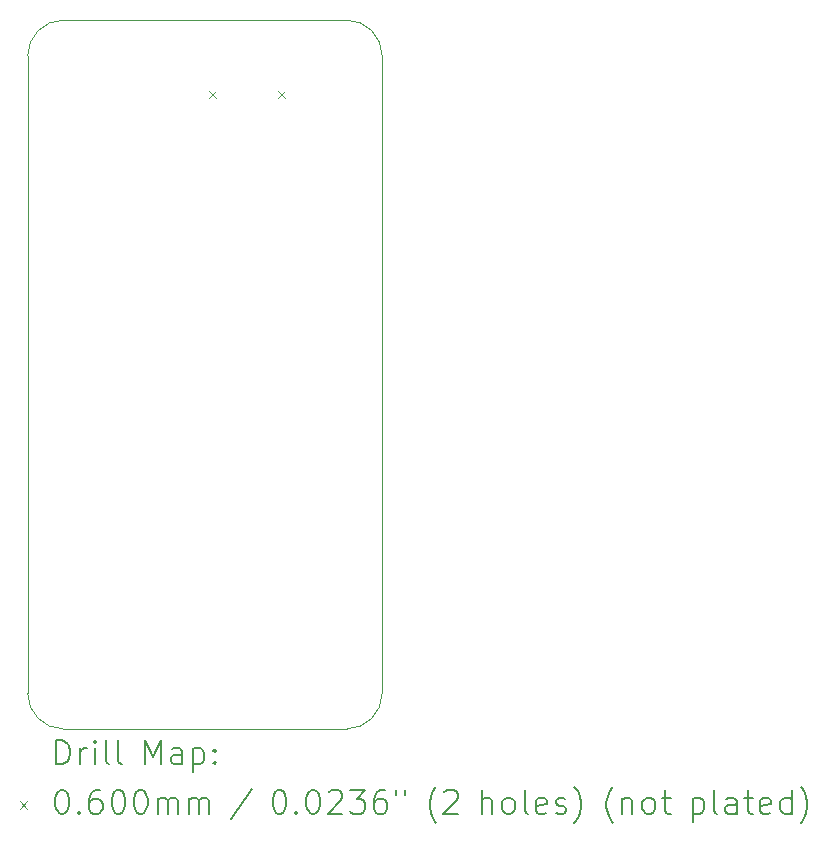
<source format=gbr>
%TF.GenerationSoftware,KiCad,Pcbnew,(7.0.0)*%
%TF.CreationDate,2023-06-05T19:21:34+01:00*%
%TF.ProjectId,Chad,43686164-2e6b-4696-9361-645f70636258,rev?*%
%TF.SameCoordinates,Original*%
%TF.FileFunction,Drillmap*%
%TF.FilePolarity,Positive*%
%FSLAX45Y45*%
G04 Gerber Fmt 4.5, Leading zero omitted, Abs format (unit mm)*
G04 Created by KiCad (PCBNEW (7.0.0)) date 2023-06-05 19:21:34*
%MOMM*%
%LPD*%
G01*
G04 APERTURE LIST*
%ADD10C,0.100000*%
%ADD11C,0.200000*%
%ADD12C,0.060000*%
G04 APERTURE END LIST*
D10*
X3500000Y-4209000D02*
G75*
G03*
X3200000Y-4509000I0J-300000D01*
G01*
X5900000Y-4209000D02*
X3500000Y-4209000D01*
X3500000Y-10209000D02*
X5900000Y-10209000D01*
X6200000Y-4509000D02*
G75*
G03*
X5900000Y-4209000I-300000J0D01*
G01*
X5900000Y-10209000D02*
G75*
G03*
X6200000Y-9909000I0J300000D01*
G01*
X3200000Y-4509000D02*
X3200000Y-9909000D01*
X3200000Y-9909000D02*
G75*
G03*
X3500000Y-10209000I300000J0D01*
G01*
X6200000Y-9909000D02*
X6200000Y-4509000D01*
D11*
D12*
X4737300Y-4810200D02*
X4797300Y-4870200D01*
X4797300Y-4810200D02*
X4737300Y-4870200D01*
X5315300Y-4810200D02*
X5375300Y-4870200D01*
X5375300Y-4810200D02*
X5315300Y-4870200D01*
D11*
X3442619Y-10507476D02*
X3442619Y-10307476D01*
X3442619Y-10307476D02*
X3490238Y-10307476D01*
X3490238Y-10307476D02*
X3518809Y-10317000D01*
X3518809Y-10317000D02*
X3537857Y-10336048D01*
X3537857Y-10336048D02*
X3547381Y-10355095D01*
X3547381Y-10355095D02*
X3556905Y-10393190D01*
X3556905Y-10393190D02*
X3556905Y-10421762D01*
X3556905Y-10421762D02*
X3547381Y-10459857D01*
X3547381Y-10459857D02*
X3537857Y-10478905D01*
X3537857Y-10478905D02*
X3518809Y-10497952D01*
X3518809Y-10497952D02*
X3490238Y-10507476D01*
X3490238Y-10507476D02*
X3442619Y-10507476D01*
X3642619Y-10507476D02*
X3642619Y-10374143D01*
X3642619Y-10412238D02*
X3652143Y-10393190D01*
X3652143Y-10393190D02*
X3661667Y-10383667D01*
X3661667Y-10383667D02*
X3680714Y-10374143D01*
X3680714Y-10374143D02*
X3699762Y-10374143D01*
X3766428Y-10507476D02*
X3766428Y-10374143D01*
X3766428Y-10307476D02*
X3756905Y-10317000D01*
X3756905Y-10317000D02*
X3766428Y-10326524D01*
X3766428Y-10326524D02*
X3775952Y-10317000D01*
X3775952Y-10317000D02*
X3766428Y-10307476D01*
X3766428Y-10307476D02*
X3766428Y-10326524D01*
X3890238Y-10507476D02*
X3871190Y-10497952D01*
X3871190Y-10497952D02*
X3861667Y-10478905D01*
X3861667Y-10478905D02*
X3861667Y-10307476D01*
X3995000Y-10507476D02*
X3975952Y-10497952D01*
X3975952Y-10497952D02*
X3966428Y-10478905D01*
X3966428Y-10478905D02*
X3966428Y-10307476D01*
X4191190Y-10507476D02*
X4191190Y-10307476D01*
X4191190Y-10307476D02*
X4257857Y-10450333D01*
X4257857Y-10450333D02*
X4324524Y-10307476D01*
X4324524Y-10307476D02*
X4324524Y-10507476D01*
X4505476Y-10507476D02*
X4505476Y-10402714D01*
X4505476Y-10402714D02*
X4495952Y-10383667D01*
X4495952Y-10383667D02*
X4476905Y-10374143D01*
X4476905Y-10374143D02*
X4438809Y-10374143D01*
X4438809Y-10374143D02*
X4419762Y-10383667D01*
X4505476Y-10497952D02*
X4486429Y-10507476D01*
X4486429Y-10507476D02*
X4438809Y-10507476D01*
X4438809Y-10507476D02*
X4419762Y-10497952D01*
X4419762Y-10497952D02*
X4410238Y-10478905D01*
X4410238Y-10478905D02*
X4410238Y-10459857D01*
X4410238Y-10459857D02*
X4419762Y-10440810D01*
X4419762Y-10440810D02*
X4438809Y-10431286D01*
X4438809Y-10431286D02*
X4486429Y-10431286D01*
X4486429Y-10431286D02*
X4505476Y-10421762D01*
X4600714Y-10374143D02*
X4600714Y-10574143D01*
X4600714Y-10383667D02*
X4619762Y-10374143D01*
X4619762Y-10374143D02*
X4657857Y-10374143D01*
X4657857Y-10374143D02*
X4676905Y-10383667D01*
X4676905Y-10383667D02*
X4686429Y-10393190D01*
X4686429Y-10393190D02*
X4695952Y-10412238D01*
X4695952Y-10412238D02*
X4695952Y-10469381D01*
X4695952Y-10469381D02*
X4686429Y-10488429D01*
X4686429Y-10488429D02*
X4676905Y-10497952D01*
X4676905Y-10497952D02*
X4657857Y-10507476D01*
X4657857Y-10507476D02*
X4619762Y-10507476D01*
X4619762Y-10507476D02*
X4600714Y-10497952D01*
X4781667Y-10488429D02*
X4791190Y-10497952D01*
X4791190Y-10497952D02*
X4781667Y-10507476D01*
X4781667Y-10507476D02*
X4772143Y-10497952D01*
X4772143Y-10497952D02*
X4781667Y-10488429D01*
X4781667Y-10488429D02*
X4781667Y-10507476D01*
X4781667Y-10383667D02*
X4791190Y-10393190D01*
X4791190Y-10393190D02*
X4781667Y-10402714D01*
X4781667Y-10402714D02*
X4772143Y-10393190D01*
X4772143Y-10393190D02*
X4781667Y-10383667D01*
X4781667Y-10383667D02*
X4781667Y-10402714D01*
D12*
X3135000Y-10824000D02*
X3195000Y-10884000D01*
X3195000Y-10824000D02*
X3135000Y-10884000D01*
D11*
X3480714Y-10727476D02*
X3499762Y-10727476D01*
X3499762Y-10727476D02*
X3518809Y-10737000D01*
X3518809Y-10737000D02*
X3528333Y-10746524D01*
X3528333Y-10746524D02*
X3537857Y-10765571D01*
X3537857Y-10765571D02*
X3547381Y-10803667D01*
X3547381Y-10803667D02*
X3547381Y-10851286D01*
X3547381Y-10851286D02*
X3537857Y-10889381D01*
X3537857Y-10889381D02*
X3528333Y-10908429D01*
X3528333Y-10908429D02*
X3518809Y-10917952D01*
X3518809Y-10917952D02*
X3499762Y-10927476D01*
X3499762Y-10927476D02*
X3480714Y-10927476D01*
X3480714Y-10927476D02*
X3461667Y-10917952D01*
X3461667Y-10917952D02*
X3452143Y-10908429D01*
X3452143Y-10908429D02*
X3442619Y-10889381D01*
X3442619Y-10889381D02*
X3433095Y-10851286D01*
X3433095Y-10851286D02*
X3433095Y-10803667D01*
X3433095Y-10803667D02*
X3442619Y-10765571D01*
X3442619Y-10765571D02*
X3452143Y-10746524D01*
X3452143Y-10746524D02*
X3461667Y-10737000D01*
X3461667Y-10737000D02*
X3480714Y-10727476D01*
X3633095Y-10908429D02*
X3642619Y-10917952D01*
X3642619Y-10917952D02*
X3633095Y-10927476D01*
X3633095Y-10927476D02*
X3623571Y-10917952D01*
X3623571Y-10917952D02*
X3633095Y-10908429D01*
X3633095Y-10908429D02*
X3633095Y-10927476D01*
X3814048Y-10727476D02*
X3775952Y-10727476D01*
X3775952Y-10727476D02*
X3756905Y-10737000D01*
X3756905Y-10737000D02*
X3747381Y-10746524D01*
X3747381Y-10746524D02*
X3728333Y-10775095D01*
X3728333Y-10775095D02*
X3718809Y-10813190D01*
X3718809Y-10813190D02*
X3718809Y-10889381D01*
X3718809Y-10889381D02*
X3728333Y-10908429D01*
X3728333Y-10908429D02*
X3737857Y-10917952D01*
X3737857Y-10917952D02*
X3756905Y-10927476D01*
X3756905Y-10927476D02*
X3795000Y-10927476D01*
X3795000Y-10927476D02*
X3814048Y-10917952D01*
X3814048Y-10917952D02*
X3823571Y-10908429D01*
X3823571Y-10908429D02*
X3833095Y-10889381D01*
X3833095Y-10889381D02*
X3833095Y-10841762D01*
X3833095Y-10841762D02*
X3823571Y-10822714D01*
X3823571Y-10822714D02*
X3814048Y-10813190D01*
X3814048Y-10813190D02*
X3795000Y-10803667D01*
X3795000Y-10803667D02*
X3756905Y-10803667D01*
X3756905Y-10803667D02*
X3737857Y-10813190D01*
X3737857Y-10813190D02*
X3728333Y-10822714D01*
X3728333Y-10822714D02*
X3718809Y-10841762D01*
X3956905Y-10727476D02*
X3975952Y-10727476D01*
X3975952Y-10727476D02*
X3995000Y-10737000D01*
X3995000Y-10737000D02*
X4004524Y-10746524D01*
X4004524Y-10746524D02*
X4014048Y-10765571D01*
X4014048Y-10765571D02*
X4023571Y-10803667D01*
X4023571Y-10803667D02*
X4023571Y-10851286D01*
X4023571Y-10851286D02*
X4014048Y-10889381D01*
X4014048Y-10889381D02*
X4004524Y-10908429D01*
X4004524Y-10908429D02*
X3995000Y-10917952D01*
X3995000Y-10917952D02*
X3975952Y-10927476D01*
X3975952Y-10927476D02*
X3956905Y-10927476D01*
X3956905Y-10927476D02*
X3937857Y-10917952D01*
X3937857Y-10917952D02*
X3928333Y-10908429D01*
X3928333Y-10908429D02*
X3918809Y-10889381D01*
X3918809Y-10889381D02*
X3909286Y-10851286D01*
X3909286Y-10851286D02*
X3909286Y-10803667D01*
X3909286Y-10803667D02*
X3918809Y-10765571D01*
X3918809Y-10765571D02*
X3928333Y-10746524D01*
X3928333Y-10746524D02*
X3937857Y-10737000D01*
X3937857Y-10737000D02*
X3956905Y-10727476D01*
X4147381Y-10727476D02*
X4166429Y-10727476D01*
X4166429Y-10727476D02*
X4185476Y-10737000D01*
X4185476Y-10737000D02*
X4195000Y-10746524D01*
X4195000Y-10746524D02*
X4204524Y-10765571D01*
X4204524Y-10765571D02*
X4214048Y-10803667D01*
X4214048Y-10803667D02*
X4214048Y-10851286D01*
X4214048Y-10851286D02*
X4204524Y-10889381D01*
X4204524Y-10889381D02*
X4195000Y-10908429D01*
X4195000Y-10908429D02*
X4185476Y-10917952D01*
X4185476Y-10917952D02*
X4166429Y-10927476D01*
X4166429Y-10927476D02*
X4147381Y-10927476D01*
X4147381Y-10927476D02*
X4128333Y-10917952D01*
X4128333Y-10917952D02*
X4118809Y-10908429D01*
X4118809Y-10908429D02*
X4109286Y-10889381D01*
X4109286Y-10889381D02*
X4099762Y-10851286D01*
X4099762Y-10851286D02*
X4099762Y-10803667D01*
X4099762Y-10803667D02*
X4109286Y-10765571D01*
X4109286Y-10765571D02*
X4118809Y-10746524D01*
X4118809Y-10746524D02*
X4128333Y-10737000D01*
X4128333Y-10737000D02*
X4147381Y-10727476D01*
X4299762Y-10927476D02*
X4299762Y-10794143D01*
X4299762Y-10813190D02*
X4309286Y-10803667D01*
X4309286Y-10803667D02*
X4328333Y-10794143D01*
X4328333Y-10794143D02*
X4356905Y-10794143D01*
X4356905Y-10794143D02*
X4375952Y-10803667D01*
X4375952Y-10803667D02*
X4385476Y-10822714D01*
X4385476Y-10822714D02*
X4385476Y-10927476D01*
X4385476Y-10822714D02*
X4395000Y-10803667D01*
X4395000Y-10803667D02*
X4414048Y-10794143D01*
X4414048Y-10794143D02*
X4442619Y-10794143D01*
X4442619Y-10794143D02*
X4461667Y-10803667D01*
X4461667Y-10803667D02*
X4471191Y-10822714D01*
X4471191Y-10822714D02*
X4471191Y-10927476D01*
X4566429Y-10927476D02*
X4566429Y-10794143D01*
X4566429Y-10813190D02*
X4575952Y-10803667D01*
X4575952Y-10803667D02*
X4595000Y-10794143D01*
X4595000Y-10794143D02*
X4623572Y-10794143D01*
X4623572Y-10794143D02*
X4642619Y-10803667D01*
X4642619Y-10803667D02*
X4652143Y-10822714D01*
X4652143Y-10822714D02*
X4652143Y-10927476D01*
X4652143Y-10822714D02*
X4661667Y-10803667D01*
X4661667Y-10803667D02*
X4680714Y-10794143D01*
X4680714Y-10794143D02*
X4709286Y-10794143D01*
X4709286Y-10794143D02*
X4728333Y-10803667D01*
X4728333Y-10803667D02*
X4737857Y-10822714D01*
X4737857Y-10822714D02*
X4737857Y-10927476D01*
X5095952Y-10717952D02*
X4924524Y-10975095D01*
X5320714Y-10727476D02*
X5339762Y-10727476D01*
X5339762Y-10727476D02*
X5358810Y-10737000D01*
X5358810Y-10737000D02*
X5368333Y-10746524D01*
X5368333Y-10746524D02*
X5377857Y-10765571D01*
X5377857Y-10765571D02*
X5387381Y-10803667D01*
X5387381Y-10803667D02*
X5387381Y-10851286D01*
X5387381Y-10851286D02*
X5377857Y-10889381D01*
X5377857Y-10889381D02*
X5368333Y-10908429D01*
X5368333Y-10908429D02*
X5358810Y-10917952D01*
X5358810Y-10917952D02*
X5339762Y-10927476D01*
X5339762Y-10927476D02*
X5320714Y-10927476D01*
X5320714Y-10927476D02*
X5301667Y-10917952D01*
X5301667Y-10917952D02*
X5292143Y-10908429D01*
X5292143Y-10908429D02*
X5282619Y-10889381D01*
X5282619Y-10889381D02*
X5273095Y-10851286D01*
X5273095Y-10851286D02*
X5273095Y-10803667D01*
X5273095Y-10803667D02*
X5282619Y-10765571D01*
X5282619Y-10765571D02*
X5292143Y-10746524D01*
X5292143Y-10746524D02*
X5301667Y-10737000D01*
X5301667Y-10737000D02*
X5320714Y-10727476D01*
X5473095Y-10908429D02*
X5482619Y-10917952D01*
X5482619Y-10917952D02*
X5473095Y-10927476D01*
X5473095Y-10927476D02*
X5463572Y-10917952D01*
X5463572Y-10917952D02*
X5473095Y-10908429D01*
X5473095Y-10908429D02*
X5473095Y-10927476D01*
X5606429Y-10727476D02*
X5625476Y-10727476D01*
X5625476Y-10727476D02*
X5644524Y-10737000D01*
X5644524Y-10737000D02*
X5654048Y-10746524D01*
X5654048Y-10746524D02*
X5663571Y-10765571D01*
X5663571Y-10765571D02*
X5673095Y-10803667D01*
X5673095Y-10803667D02*
X5673095Y-10851286D01*
X5673095Y-10851286D02*
X5663571Y-10889381D01*
X5663571Y-10889381D02*
X5654048Y-10908429D01*
X5654048Y-10908429D02*
X5644524Y-10917952D01*
X5644524Y-10917952D02*
X5625476Y-10927476D01*
X5625476Y-10927476D02*
X5606429Y-10927476D01*
X5606429Y-10927476D02*
X5587381Y-10917952D01*
X5587381Y-10917952D02*
X5577857Y-10908429D01*
X5577857Y-10908429D02*
X5568333Y-10889381D01*
X5568333Y-10889381D02*
X5558810Y-10851286D01*
X5558810Y-10851286D02*
X5558810Y-10803667D01*
X5558810Y-10803667D02*
X5568333Y-10765571D01*
X5568333Y-10765571D02*
X5577857Y-10746524D01*
X5577857Y-10746524D02*
X5587381Y-10737000D01*
X5587381Y-10737000D02*
X5606429Y-10727476D01*
X5749286Y-10746524D02*
X5758810Y-10737000D01*
X5758810Y-10737000D02*
X5777857Y-10727476D01*
X5777857Y-10727476D02*
X5825476Y-10727476D01*
X5825476Y-10727476D02*
X5844524Y-10737000D01*
X5844524Y-10737000D02*
X5854048Y-10746524D01*
X5854048Y-10746524D02*
X5863571Y-10765571D01*
X5863571Y-10765571D02*
X5863571Y-10784619D01*
X5863571Y-10784619D02*
X5854048Y-10813190D01*
X5854048Y-10813190D02*
X5739762Y-10927476D01*
X5739762Y-10927476D02*
X5863571Y-10927476D01*
X5930238Y-10727476D02*
X6054048Y-10727476D01*
X6054048Y-10727476D02*
X5987381Y-10803667D01*
X5987381Y-10803667D02*
X6015952Y-10803667D01*
X6015952Y-10803667D02*
X6035000Y-10813190D01*
X6035000Y-10813190D02*
X6044524Y-10822714D01*
X6044524Y-10822714D02*
X6054048Y-10841762D01*
X6054048Y-10841762D02*
X6054048Y-10889381D01*
X6054048Y-10889381D02*
X6044524Y-10908429D01*
X6044524Y-10908429D02*
X6035000Y-10917952D01*
X6035000Y-10917952D02*
X6015952Y-10927476D01*
X6015952Y-10927476D02*
X5958810Y-10927476D01*
X5958810Y-10927476D02*
X5939762Y-10917952D01*
X5939762Y-10917952D02*
X5930238Y-10908429D01*
X6225476Y-10727476D02*
X6187381Y-10727476D01*
X6187381Y-10727476D02*
X6168333Y-10737000D01*
X6168333Y-10737000D02*
X6158810Y-10746524D01*
X6158810Y-10746524D02*
X6139762Y-10775095D01*
X6139762Y-10775095D02*
X6130238Y-10813190D01*
X6130238Y-10813190D02*
X6130238Y-10889381D01*
X6130238Y-10889381D02*
X6139762Y-10908429D01*
X6139762Y-10908429D02*
X6149286Y-10917952D01*
X6149286Y-10917952D02*
X6168333Y-10927476D01*
X6168333Y-10927476D02*
X6206429Y-10927476D01*
X6206429Y-10927476D02*
X6225476Y-10917952D01*
X6225476Y-10917952D02*
X6235000Y-10908429D01*
X6235000Y-10908429D02*
X6244524Y-10889381D01*
X6244524Y-10889381D02*
X6244524Y-10841762D01*
X6244524Y-10841762D02*
X6235000Y-10822714D01*
X6235000Y-10822714D02*
X6225476Y-10813190D01*
X6225476Y-10813190D02*
X6206429Y-10803667D01*
X6206429Y-10803667D02*
X6168333Y-10803667D01*
X6168333Y-10803667D02*
X6149286Y-10813190D01*
X6149286Y-10813190D02*
X6139762Y-10822714D01*
X6139762Y-10822714D02*
X6130238Y-10841762D01*
X6320714Y-10727476D02*
X6320714Y-10765571D01*
X6396905Y-10727476D02*
X6396905Y-10765571D01*
X6659762Y-11003667D02*
X6650238Y-10994143D01*
X6650238Y-10994143D02*
X6631191Y-10965571D01*
X6631191Y-10965571D02*
X6621667Y-10946524D01*
X6621667Y-10946524D02*
X6612143Y-10917952D01*
X6612143Y-10917952D02*
X6602619Y-10870333D01*
X6602619Y-10870333D02*
X6602619Y-10832238D01*
X6602619Y-10832238D02*
X6612143Y-10784619D01*
X6612143Y-10784619D02*
X6621667Y-10756048D01*
X6621667Y-10756048D02*
X6631191Y-10737000D01*
X6631191Y-10737000D02*
X6650238Y-10708429D01*
X6650238Y-10708429D02*
X6659762Y-10698905D01*
X6726429Y-10746524D02*
X6735952Y-10737000D01*
X6735952Y-10737000D02*
X6755000Y-10727476D01*
X6755000Y-10727476D02*
X6802619Y-10727476D01*
X6802619Y-10727476D02*
X6821667Y-10737000D01*
X6821667Y-10737000D02*
X6831191Y-10746524D01*
X6831191Y-10746524D02*
X6840714Y-10765571D01*
X6840714Y-10765571D02*
X6840714Y-10784619D01*
X6840714Y-10784619D02*
X6831191Y-10813190D01*
X6831191Y-10813190D02*
X6716905Y-10927476D01*
X6716905Y-10927476D02*
X6840714Y-10927476D01*
X7046429Y-10927476D02*
X7046429Y-10727476D01*
X7132143Y-10927476D02*
X7132143Y-10822714D01*
X7132143Y-10822714D02*
X7122619Y-10803667D01*
X7122619Y-10803667D02*
X7103572Y-10794143D01*
X7103572Y-10794143D02*
X7075000Y-10794143D01*
X7075000Y-10794143D02*
X7055952Y-10803667D01*
X7055952Y-10803667D02*
X7046429Y-10813190D01*
X7255952Y-10927476D02*
X7236905Y-10917952D01*
X7236905Y-10917952D02*
X7227381Y-10908429D01*
X7227381Y-10908429D02*
X7217857Y-10889381D01*
X7217857Y-10889381D02*
X7217857Y-10832238D01*
X7217857Y-10832238D02*
X7227381Y-10813190D01*
X7227381Y-10813190D02*
X7236905Y-10803667D01*
X7236905Y-10803667D02*
X7255952Y-10794143D01*
X7255952Y-10794143D02*
X7284524Y-10794143D01*
X7284524Y-10794143D02*
X7303572Y-10803667D01*
X7303572Y-10803667D02*
X7313095Y-10813190D01*
X7313095Y-10813190D02*
X7322619Y-10832238D01*
X7322619Y-10832238D02*
X7322619Y-10889381D01*
X7322619Y-10889381D02*
X7313095Y-10908429D01*
X7313095Y-10908429D02*
X7303572Y-10917952D01*
X7303572Y-10917952D02*
X7284524Y-10927476D01*
X7284524Y-10927476D02*
X7255952Y-10927476D01*
X7436905Y-10927476D02*
X7417857Y-10917952D01*
X7417857Y-10917952D02*
X7408333Y-10898905D01*
X7408333Y-10898905D02*
X7408333Y-10727476D01*
X7589286Y-10917952D02*
X7570238Y-10927476D01*
X7570238Y-10927476D02*
X7532143Y-10927476D01*
X7532143Y-10927476D02*
X7513095Y-10917952D01*
X7513095Y-10917952D02*
X7503572Y-10898905D01*
X7503572Y-10898905D02*
X7503572Y-10822714D01*
X7503572Y-10822714D02*
X7513095Y-10803667D01*
X7513095Y-10803667D02*
X7532143Y-10794143D01*
X7532143Y-10794143D02*
X7570238Y-10794143D01*
X7570238Y-10794143D02*
X7589286Y-10803667D01*
X7589286Y-10803667D02*
X7598810Y-10822714D01*
X7598810Y-10822714D02*
X7598810Y-10841762D01*
X7598810Y-10841762D02*
X7503572Y-10860810D01*
X7675000Y-10917952D02*
X7694048Y-10927476D01*
X7694048Y-10927476D02*
X7732143Y-10927476D01*
X7732143Y-10927476D02*
X7751191Y-10917952D01*
X7751191Y-10917952D02*
X7760714Y-10898905D01*
X7760714Y-10898905D02*
X7760714Y-10889381D01*
X7760714Y-10889381D02*
X7751191Y-10870333D01*
X7751191Y-10870333D02*
X7732143Y-10860810D01*
X7732143Y-10860810D02*
X7703572Y-10860810D01*
X7703572Y-10860810D02*
X7684524Y-10851286D01*
X7684524Y-10851286D02*
X7675000Y-10832238D01*
X7675000Y-10832238D02*
X7675000Y-10822714D01*
X7675000Y-10822714D02*
X7684524Y-10803667D01*
X7684524Y-10803667D02*
X7703572Y-10794143D01*
X7703572Y-10794143D02*
X7732143Y-10794143D01*
X7732143Y-10794143D02*
X7751191Y-10803667D01*
X7827381Y-11003667D02*
X7836905Y-10994143D01*
X7836905Y-10994143D02*
X7855953Y-10965571D01*
X7855953Y-10965571D02*
X7865476Y-10946524D01*
X7865476Y-10946524D02*
X7875000Y-10917952D01*
X7875000Y-10917952D02*
X7884524Y-10870333D01*
X7884524Y-10870333D02*
X7884524Y-10832238D01*
X7884524Y-10832238D02*
X7875000Y-10784619D01*
X7875000Y-10784619D02*
X7865476Y-10756048D01*
X7865476Y-10756048D02*
X7855953Y-10737000D01*
X7855953Y-10737000D02*
X7836905Y-10708429D01*
X7836905Y-10708429D02*
X7827381Y-10698905D01*
X8156905Y-11003667D02*
X8147381Y-10994143D01*
X8147381Y-10994143D02*
X8128333Y-10965571D01*
X8128333Y-10965571D02*
X8118810Y-10946524D01*
X8118810Y-10946524D02*
X8109286Y-10917952D01*
X8109286Y-10917952D02*
X8099762Y-10870333D01*
X8099762Y-10870333D02*
X8099762Y-10832238D01*
X8099762Y-10832238D02*
X8109286Y-10784619D01*
X8109286Y-10784619D02*
X8118810Y-10756048D01*
X8118810Y-10756048D02*
X8128333Y-10737000D01*
X8128333Y-10737000D02*
X8147381Y-10708429D01*
X8147381Y-10708429D02*
X8156905Y-10698905D01*
X8233095Y-10794143D02*
X8233095Y-10927476D01*
X8233095Y-10813190D02*
X8242619Y-10803667D01*
X8242619Y-10803667D02*
X8261667Y-10794143D01*
X8261667Y-10794143D02*
X8290238Y-10794143D01*
X8290238Y-10794143D02*
X8309286Y-10803667D01*
X8309286Y-10803667D02*
X8318810Y-10822714D01*
X8318810Y-10822714D02*
X8318810Y-10927476D01*
X8442619Y-10927476D02*
X8423572Y-10917952D01*
X8423572Y-10917952D02*
X8414048Y-10908429D01*
X8414048Y-10908429D02*
X8404524Y-10889381D01*
X8404524Y-10889381D02*
X8404524Y-10832238D01*
X8404524Y-10832238D02*
X8414048Y-10813190D01*
X8414048Y-10813190D02*
X8423572Y-10803667D01*
X8423572Y-10803667D02*
X8442619Y-10794143D01*
X8442619Y-10794143D02*
X8471191Y-10794143D01*
X8471191Y-10794143D02*
X8490238Y-10803667D01*
X8490238Y-10803667D02*
X8499762Y-10813190D01*
X8499762Y-10813190D02*
X8509286Y-10832238D01*
X8509286Y-10832238D02*
X8509286Y-10889381D01*
X8509286Y-10889381D02*
X8499762Y-10908429D01*
X8499762Y-10908429D02*
X8490238Y-10917952D01*
X8490238Y-10917952D02*
X8471191Y-10927476D01*
X8471191Y-10927476D02*
X8442619Y-10927476D01*
X8566429Y-10794143D02*
X8642619Y-10794143D01*
X8595000Y-10727476D02*
X8595000Y-10898905D01*
X8595000Y-10898905D02*
X8604524Y-10917952D01*
X8604524Y-10917952D02*
X8623572Y-10927476D01*
X8623572Y-10927476D02*
X8642619Y-10927476D01*
X8829286Y-10794143D02*
X8829286Y-10994143D01*
X8829286Y-10803667D02*
X8848334Y-10794143D01*
X8848334Y-10794143D02*
X8886429Y-10794143D01*
X8886429Y-10794143D02*
X8905476Y-10803667D01*
X8905476Y-10803667D02*
X8915000Y-10813190D01*
X8915000Y-10813190D02*
X8924524Y-10832238D01*
X8924524Y-10832238D02*
X8924524Y-10889381D01*
X8924524Y-10889381D02*
X8915000Y-10908429D01*
X8915000Y-10908429D02*
X8905476Y-10917952D01*
X8905476Y-10917952D02*
X8886429Y-10927476D01*
X8886429Y-10927476D02*
X8848334Y-10927476D01*
X8848334Y-10927476D02*
X8829286Y-10917952D01*
X9038810Y-10927476D02*
X9019762Y-10917952D01*
X9019762Y-10917952D02*
X9010238Y-10898905D01*
X9010238Y-10898905D02*
X9010238Y-10727476D01*
X9200715Y-10927476D02*
X9200715Y-10822714D01*
X9200715Y-10822714D02*
X9191191Y-10803667D01*
X9191191Y-10803667D02*
X9172143Y-10794143D01*
X9172143Y-10794143D02*
X9134048Y-10794143D01*
X9134048Y-10794143D02*
X9115000Y-10803667D01*
X9200715Y-10917952D02*
X9181667Y-10927476D01*
X9181667Y-10927476D02*
X9134048Y-10927476D01*
X9134048Y-10927476D02*
X9115000Y-10917952D01*
X9115000Y-10917952D02*
X9105476Y-10898905D01*
X9105476Y-10898905D02*
X9105476Y-10879857D01*
X9105476Y-10879857D02*
X9115000Y-10860810D01*
X9115000Y-10860810D02*
X9134048Y-10851286D01*
X9134048Y-10851286D02*
X9181667Y-10851286D01*
X9181667Y-10851286D02*
X9200715Y-10841762D01*
X9267381Y-10794143D02*
X9343572Y-10794143D01*
X9295953Y-10727476D02*
X9295953Y-10898905D01*
X9295953Y-10898905D02*
X9305476Y-10917952D01*
X9305476Y-10917952D02*
X9324524Y-10927476D01*
X9324524Y-10927476D02*
X9343572Y-10927476D01*
X9486429Y-10917952D02*
X9467381Y-10927476D01*
X9467381Y-10927476D02*
X9429286Y-10927476D01*
X9429286Y-10927476D02*
X9410238Y-10917952D01*
X9410238Y-10917952D02*
X9400715Y-10898905D01*
X9400715Y-10898905D02*
X9400715Y-10822714D01*
X9400715Y-10822714D02*
X9410238Y-10803667D01*
X9410238Y-10803667D02*
X9429286Y-10794143D01*
X9429286Y-10794143D02*
X9467381Y-10794143D01*
X9467381Y-10794143D02*
X9486429Y-10803667D01*
X9486429Y-10803667D02*
X9495953Y-10822714D01*
X9495953Y-10822714D02*
X9495953Y-10841762D01*
X9495953Y-10841762D02*
X9400715Y-10860810D01*
X9667381Y-10927476D02*
X9667381Y-10727476D01*
X9667381Y-10917952D02*
X9648334Y-10927476D01*
X9648334Y-10927476D02*
X9610238Y-10927476D01*
X9610238Y-10927476D02*
X9591191Y-10917952D01*
X9591191Y-10917952D02*
X9581667Y-10908429D01*
X9581667Y-10908429D02*
X9572143Y-10889381D01*
X9572143Y-10889381D02*
X9572143Y-10832238D01*
X9572143Y-10832238D02*
X9581667Y-10813190D01*
X9581667Y-10813190D02*
X9591191Y-10803667D01*
X9591191Y-10803667D02*
X9610238Y-10794143D01*
X9610238Y-10794143D02*
X9648334Y-10794143D01*
X9648334Y-10794143D02*
X9667381Y-10803667D01*
X9743572Y-11003667D02*
X9753096Y-10994143D01*
X9753096Y-10994143D02*
X9772143Y-10965571D01*
X9772143Y-10965571D02*
X9781667Y-10946524D01*
X9781667Y-10946524D02*
X9791191Y-10917952D01*
X9791191Y-10917952D02*
X9800715Y-10870333D01*
X9800715Y-10870333D02*
X9800715Y-10832238D01*
X9800715Y-10832238D02*
X9791191Y-10784619D01*
X9791191Y-10784619D02*
X9781667Y-10756048D01*
X9781667Y-10756048D02*
X9772143Y-10737000D01*
X9772143Y-10737000D02*
X9753096Y-10708429D01*
X9753096Y-10708429D02*
X9743572Y-10698905D01*
M02*

</source>
